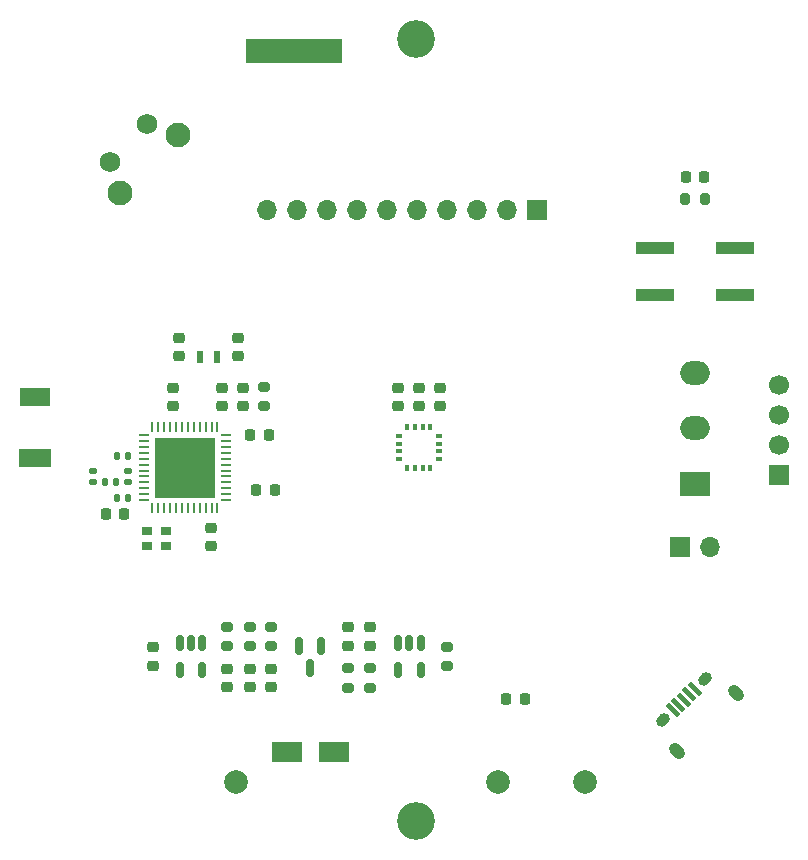
<source format=gbr>
%TF.GenerationSoftware,KiCad,Pcbnew,(6.0.4)*%
%TF.CreationDate,2022-03-21T16:24:48+00:00*%
%TF.ProjectId,Ball_Remote_Components,42616c6c-5f52-4656-9d6f-74655f436f6d,rev?*%
%TF.SameCoordinates,Original*%
%TF.FileFunction,Soldermask,Top*%
%TF.FilePolarity,Negative*%
%FSLAX46Y46*%
G04 Gerber Fmt 4.6, Leading zero omitted, Abs format (unit mm)*
G04 Created by KiCad (PCBNEW (6.0.4)) date 2022-03-21 16:24:48*
%MOMM*%
%LPD*%
G01*
G04 APERTURE LIST*
G04 Aperture macros list*
%AMRoundRect*
0 Rectangle with rounded corners*
0 $1 Rounding radius*
0 $2 $3 $4 $5 $6 $7 $8 $9 X,Y pos of 4 corners*
0 Add a 4 corners polygon primitive as box body*
4,1,4,$2,$3,$4,$5,$6,$7,$8,$9,$2,$3,0*
0 Add four circle primitives for the rounded corners*
1,1,$1+$1,$2,$3*
1,1,$1+$1,$4,$5*
1,1,$1+$1,$6,$7*
1,1,$1+$1,$8,$9*
0 Add four rect primitives between the rounded corners*
20,1,$1+$1,$2,$3,$4,$5,0*
20,1,$1+$1,$4,$5,$6,$7,0*
20,1,$1+$1,$6,$7,$8,$9,0*
20,1,$1+$1,$8,$9,$2,$3,0*%
%AMHorizOval*
0 Thick line with rounded ends*
0 $1 width*
0 $2 $3 position (X,Y) of the first rounded end (center of the circle)*
0 $4 $5 position (X,Y) of the second rounded end (center of the circle)*
0 Add line between two ends*
20,1,$1,$2,$3,$4,$5,0*
0 Add two circle primitives to create the rounded ends*
1,1,$1,$2,$3*
1,1,$1,$4,$5*%
%AMRotRect*
0 Rectangle, with rotation*
0 The origin of the aperture is its center*
0 $1 length*
0 $2 width*
0 $3 Rotation angle, in degrees counterclockwise*
0 Add horizontal line*
21,1,$1,$2,0,0,$3*%
G04 Aperture macros list end*
%ADD10C,0.100000*%
%ADD11C,0.010000*%
%ADD12RoundRect,0.200000X-0.275000X0.200000X-0.275000X-0.200000X0.275000X-0.200000X0.275000X0.200000X0*%
%ADD13RoundRect,0.225000X0.225000X0.250000X-0.225000X0.250000X-0.225000X-0.250000X0.225000X-0.250000X0*%
%ADD14RoundRect,0.218750X-0.218750X-0.256250X0.218750X-0.256250X0.218750X0.256250X-0.218750X0.256250X0*%
%ADD15R,0.900000X0.800000*%
%ADD16RoundRect,0.225000X0.250000X-0.225000X0.250000X0.225000X-0.250000X0.225000X-0.250000X-0.225000X0*%
%ADD17RoundRect,0.225000X-0.250000X0.225000X-0.250000X-0.225000X0.250000X-0.225000X0.250000X0.225000X0*%
%ADD18RoundRect,0.200000X0.275000X-0.200000X0.275000X0.200000X-0.275000X0.200000X-0.275000X-0.200000X0*%
%ADD19RoundRect,0.150000X-0.150000X0.512500X-0.150000X-0.512500X0.150000X-0.512500X0.150000X0.512500X0*%
%ADD20C,3.200000*%
%ADD21C,2.000000*%
%ADD22R,1.700000X1.700000*%
%ADD23C,1.700000*%
%ADD24R,2.500000X2.000000*%
%ADD25O,2.500000X2.000000*%
%ADD26HorizOval,0.950000X0.106066X0.106066X-0.106066X-0.106066X0*%
%ADD27HorizOval,1.000000X-0.194454X0.194454X0.194454X-0.194454X0*%
%ADD28RotRect,1.350000X0.400000X135.000000*%
%ADD29RoundRect,0.225000X-0.225000X-0.250000X0.225000X-0.250000X0.225000X0.250000X-0.225000X0.250000X0*%
%ADD30RoundRect,0.140000X0.170000X-0.140000X0.170000X0.140000X-0.170000X0.140000X-0.170000X-0.140000X0*%
%ADD31RoundRect,0.200000X0.200000X0.275000X-0.200000X0.275000X-0.200000X-0.275000X0.200000X-0.275000X0*%
%ADD32O,1.700000X1.700000*%
%ADD33RoundRect,0.062500X-0.062500X0.375000X-0.062500X-0.375000X0.062500X-0.375000X0.062500X0.375000X0*%
%ADD34RoundRect,0.062500X-0.375000X0.062500X-0.375000X-0.062500X0.375000X-0.062500X0.375000X0.062500X0*%
%ADD35R,5.150000X5.150000*%
%ADD36R,3.200000X1.000000*%
%ADD37R,2.500000X1.800000*%
%ADD38RoundRect,0.150000X-0.150000X0.587500X-0.150000X-0.587500X0.150000X-0.587500X0.150000X0.587500X0*%
%ADD39RoundRect,0.147500X0.147500X0.172500X-0.147500X0.172500X-0.147500X-0.172500X0.147500X-0.172500X0*%
%ADD40RoundRect,0.140000X0.140000X0.170000X-0.140000X0.170000X-0.140000X-0.170000X0.140000X-0.170000X0*%
%ADD41C,2.100000*%
%ADD42C,1.750000*%
%ADD43RoundRect,0.100000X-0.175000X-0.100000X0.175000X-0.100000X0.175000X0.100000X-0.175000X0.100000X0*%
%ADD44RoundRect,0.100000X-0.100000X-0.175000X0.100000X-0.175000X0.100000X0.175000X-0.100000X0.175000X0*%
%ADD45R,2.600000X1.500000*%
%ADD46R,0.600000X1.100000*%
G04 APERTURE END LIST*
%TO.C,FID1*%
G36*
X139475000Y-74187500D02*
G01*
X131475000Y-74187500D01*
X131475000Y-72187500D01*
X139475000Y-72187500D01*
X139475000Y-74187500D01*
G37*
D10*
X139475000Y-74187500D02*
X131475000Y-74187500D01*
X131475000Y-72187500D01*
X139475000Y-72187500D01*
X139475000Y-74187500D01*
D11*
%TO.C,AE1*%
X112275000Y-108400000D02*
X114875000Y-108400000D01*
X114875000Y-108400000D02*
X114875000Y-106900000D01*
X114875000Y-106900000D02*
X112275000Y-106900000D01*
X112275000Y-106900000D02*
X112275000Y-108400000D01*
G36*
X112275000Y-108400000D02*
G01*
X114875000Y-108400000D01*
X114875000Y-106900000D01*
X112275000Y-106900000D01*
X112275000Y-108400000D01*
G37*
%TD*%
D12*
%TO.C,R6*%
X131800000Y-121975000D03*
X131800000Y-123625000D03*
%TD*%
D13*
%TO.C,C14*%
X121175000Y-112400000D03*
X119625000Y-112400000D03*
%TD*%
D14*
%TO.C,D3*%
X168712500Y-83900000D03*
X170287500Y-83900000D03*
%TD*%
D15*
%TO.C,Y1*%
X123075000Y-115125000D03*
X124725000Y-115125000D03*
X124725000Y-113875000D03*
X123075000Y-113875000D03*
%TD*%
D16*
%TO.C,C6*%
X129400000Y-103275000D03*
X129400000Y-101725000D03*
%TD*%
D17*
%TO.C,C1*%
X125300000Y-101725000D03*
X125300000Y-103275000D03*
%TD*%
%TO.C,C8*%
X128500000Y-113625000D03*
X128500000Y-115175000D03*
%TD*%
D18*
%TO.C,R2*%
X140100000Y-127125000D03*
X140100000Y-125475000D03*
%TD*%
D19*
%TO.C,U1*%
X146250000Y-123362500D03*
X145300000Y-123362500D03*
X144350000Y-123362500D03*
X144350000Y-125637500D03*
X146250000Y-125637500D03*
%TD*%
D20*
%TO.C,H1*%
X145875000Y-72187500D03*
%TD*%
D21*
%TO.C,TP2*%
X160175000Y-135087500D03*
%TD*%
D22*
%TO.C,J3*%
X176575000Y-109097500D03*
D23*
X176575000Y-106557500D03*
X176575000Y-104017500D03*
X176575000Y-101477500D03*
%TD*%
D18*
%TO.C,R1*%
X142000000Y-127125000D03*
X142000000Y-125475000D03*
%TD*%
D24*
%TO.C,SW1*%
X169475000Y-109887500D03*
D25*
X169475000Y-105187500D03*
X169475000Y-100487500D03*
%TD*%
D26*
%TO.C,J2*%
X166762205Y-129910239D03*
X170297739Y-126374705D03*
D27*
X172914034Y-127576786D03*
D28*
X167610733Y-129061711D03*
X168070352Y-128602091D03*
X168529972Y-128142472D03*
X168989591Y-127682852D03*
X169449211Y-127223233D03*
D27*
X167964286Y-132526534D03*
%TD*%
D14*
%TO.C,D2*%
X153512500Y-128100000D03*
X155087500Y-128100000D03*
%TD*%
D29*
%TO.C,C10*%
X132343750Y-110381250D03*
X133893750Y-110381250D03*
%TD*%
D16*
%TO.C,C5*%
X131200000Y-103275000D03*
X131200000Y-101725000D03*
%TD*%
D30*
%TO.C,C21*%
X121500000Y-109750000D03*
X121500000Y-108790000D03*
%TD*%
D21*
%TO.C,TP1*%
X130637500Y-135087500D03*
%TD*%
D16*
%TO.C,C4*%
X142000000Y-123575000D03*
X142000000Y-122025000D03*
%TD*%
D18*
%TO.C,R5*%
X133600000Y-123625000D03*
X133600000Y-121975000D03*
%TD*%
D17*
%TO.C,C17*%
X125800000Y-97525000D03*
X125800000Y-99075000D03*
%TD*%
D29*
%TO.C,C9*%
X131843750Y-105700000D03*
X133393750Y-105700000D03*
%TD*%
D12*
%TO.C,R3*%
X148500000Y-123675000D03*
X148500000Y-125325000D03*
%TD*%
D31*
%TO.C,R8*%
X170325000Y-85800000D03*
X168675000Y-85800000D03*
%TD*%
D17*
%TO.C,C16*%
X130800000Y-97525000D03*
X130800000Y-99075000D03*
%TD*%
D16*
%TO.C,C2*%
X146100000Y-103275000D03*
X146100000Y-101725000D03*
%TD*%
D22*
%TO.C,J1*%
X156100000Y-86687500D03*
D32*
X153560000Y-86687500D03*
X151020000Y-86687500D03*
X148480000Y-86687500D03*
X145940000Y-86687500D03*
X143400000Y-86687500D03*
X140860000Y-86687500D03*
X138320000Y-86687500D03*
X135780000Y-86687500D03*
X133240000Y-86687500D03*
%TD*%
D33*
%TO.C,U3*%
X129050000Y-105062500D03*
X128550000Y-105062500D03*
X128050000Y-105062500D03*
X127550000Y-105062500D03*
X127050000Y-105062500D03*
X126550000Y-105062500D03*
X126050000Y-105062500D03*
X125550000Y-105062500D03*
X125050000Y-105062500D03*
X124550000Y-105062500D03*
X124050000Y-105062500D03*
X123550000Y-105062500D03*
D34*
X122862500Y-105750000D03*
X122862500Y-106250000D03*
X122862500Y-106750000D03*
X122862500Y-107250000D03*
X122862500Y-107750000D03*
X122862500Y-108250000D03*
X122862500Y-108750000D03*
X122862500Y-109250000D03*
X122862500Y-109750000D03*
X122862500Y-110250000D03*
X122862500Y-110750000D03*
X122862500Y-111250000D03*
D33*
X123550000Y-111937500D03*
X124050000Y-111937500D03*
X124550000Y-111937500D03*
X125050000Y-111937500D03*
X125550000Y-111937500D03*
X126050000Y-111937500D03*
X126550000Y-111937500D03*
X127050000Y-111937500D03*
X127550000Y-111937500D03*
X128050000Y-111937500D03*
X128550000Y-111937500D03*
X129050000Y-111937500D03*
D34*
X129737500Y-111250000D03*
X129737500Y-110750000D03*
X129737500Y-110250000D03*
X129737500Y-109750000D03*
X129737500Y-109250000D03*
X129737500Y-108750000D03*
X129737500Y-108250000D03*
X129737500Y-107750000D03*
X129737500Y-107250000D03*
X129737500Y-106750000D03*
X129737500Y-106250000D03*
X129737500Y-105750000D03*
D35*
X126300000Y-108500000D03*
%TD*%
D36*
%TO.C,CONNECT1*%
X172900000Y-89900000D03*
X166100000Y-89900000D03*
X172900000Y-93900000D03*
X166100000Y-93900000D03*
%TD*%
D17*
%TO.C,C12*%
X133600000Y-125525000D03*
X133600000Y-127075000D03*
%TD*%
%TO.C,C18*%
X131800000Y-125525000D03*
X131800000Y-127075000D03*
%TD*%
D37*
%TO.C,D1*%
X134900000Y-132587500D03*
X138900000Y-132587500D03*
%TD*%
D20*
%TO.C,H2*%
X145875000Y-138387500D03*
%TD*%
D18*
%TO.C,R7*%
X129900000Y-123625000D03*
X129900000Y-121975000D03*
%TD*%
%TO.C,R4*%
X133018750Y-103306250D03*
X133018750Y-101656250D03*
%TD*%
D16*
%TO.C,C20*%
X129900000Y-127075000D03*
X129900000Y-125525000D03*
%TD*%
D19*
%TO.C,U4*%
X127750000Y-123362500D03*
X126800000Y-123362500D03*
X125850000Y-123362500D03*
X125850000Y-125637500D03*
X127750000Y-125637500D03*
%TD*%
D38*
%TO.C,Q1*%
X137850000Y-123562500D03*
X135950000Y-123562500D03*
X136900000Y-125437500D03*
%TD*%
D17*
%TO.C,C11*%
X140100000Y-122025000D03*
X140100000Y-123575000D03*
%TD*%
D39*
%TO.C,L1*%
X120485000Y-109750000D03*
X119515000Y-109750000D03*
%TD*%
D40*
%TO.C,C15*%
X121480000Y-111100000D03*
X120520000Y-111100000D03*
%TD*%
D16*
%TO.C,C3*%
X144300000Y-103275000D03*
X144300000Y-101725000D03*
%TD*%
D41*
%TO.C,RESET1*%
X120789959Y-85269884D03*
X125746778Y-80313066D03*
D42*
X119913147Y-82625305D03*
X123095128Y-79443324D03*
%TD*%
D16*
%TO.C,C19*%
X123600000Y-125275000D03*
X123600000Y-123725000D03*
%TD*%
D43*
%TO.C,U2*%
X144400000Y-105825000D03*
X144400000Y-106475000D03*
X144400000Y-107125000D03*
X144400000Y-107775000D03*
D44*
X145125000Y-108500000D03*
X145775000Y-108500000D03*
X146425000Y-108500000D03*
X147075000Y-108500000D03*
D43*
X147800000Y-107775000D03*
X147800000Y-107125000D03*
X147800000Y-106475000D03*
X147800000Y-105825000D03*
D44*
X147075000Y-105100000D03*
X146425000Y-105100000D03*
X145775000Y-105100000D03*
X145125000Y-105100000D03*
%TD*%
D40*
%TO.C,C7*%
X121480000Y-107500000D03*
X120520000Y-107500000D03*
%TD*%
D30*
%TO.C,C22*%
X118500000Y-109720000D03*
X118500000Y-108760000D03*
%TD*%
D21*
%TO.C,TP3*%
X152775000Y-135087500D03*
%TD*%
D16*
%TO.C,C13*%
X147900000Y-103275000D03*
X147900000Y-101725000D03*
%TD*%
D45*
%TO.C,AE1*%
X113575000Y-102550000D03*
%TD*%
D46*
%TO.C,Y2*%
X129000000Y-99100000D03*
X127600000Y-99100000D03*
%TD*%
D22*
%TO.C,BT1*%
X168200000Y-115187500D03*
D32*
X170740000Y-115187500D03*
%TD*%
M02*

</source>
